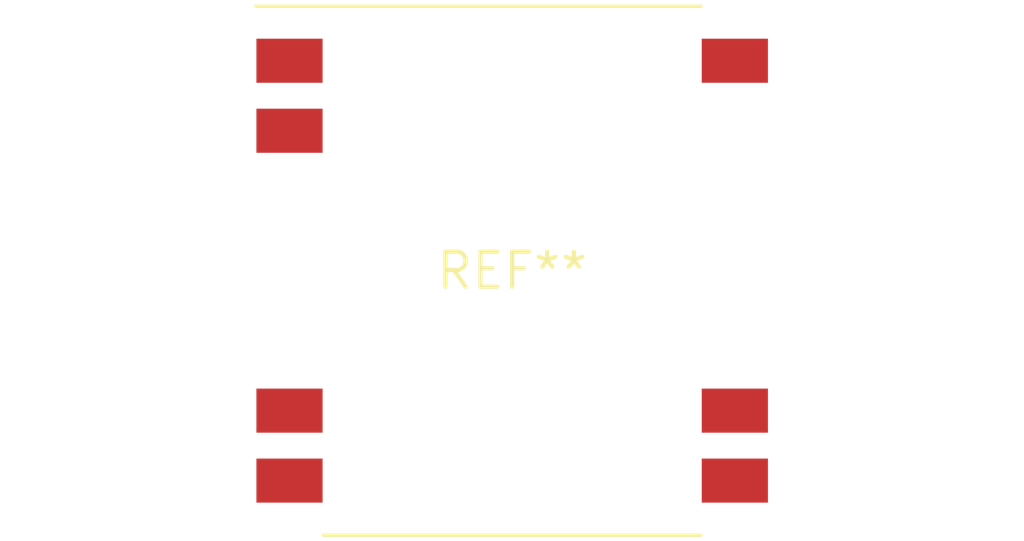
<source format=kicad_pcb>
(kicad_pcb (version 20240108) (generator pcbnew)
  (layers (0 "F.Cu" signal) (31 "B.Cu" signal) (34 "B.Paste" user) (35 "F.Paste" user) (36 "B.SilkS" user "B.Silkscreen") (37 "F.SilkS" user "F.Silkscreen") (38 "B.Mask" user) (39 "F.Mask" user) (44 "Edge.Cuts" user))
  (net 0 "")
  (footprint "Converter_DCDC_TRACO_TMR-1SM_SMD" (layer "F.Cu") (at 0 0)
    (property "Reference" "REF**")
    (property "Value" "Converter_DCDC_TRACO_TMR-1SM_SMD")
    (fp_line (start -9.3 -9.6) (end 6.85 -9.6) (layer "F.SilkS") (stroke (width 0.12)))
    (fp_line (start -6.85 9.6) (end 6.85 9.6) (layer "F.SilkS") (stroke (width 0.12)))
    (pad "1" smd rect (at -8.075 -7.62) (size 2.4 1.6) (layers "F.Cu" "F.Paste" "F.Mask"))
    (pad "2" smd rect (at -8.075 -5.08) (size 2.4 1.6) (layers "F.Cu" "F.Paste" "F.Mask"))
    (pad "6" smd rect (at -8.075 5.08) (size 2.4 1.6) (layers "F.Cu" "F.Paste" "F.Mask"))
    (pad "7" smd rect (at -8.075 7.62) (size 2.4 1.6) (layers "F.Cu" "F.Paste" "F.Mask"))
    (pad "8" smd rect (at 8.075 7.62) (size 2.4 1.6) (layers "F.Cu" "F.Paste" "F.Mask"))
    (pad "9" smd rect (at 8.075 5.08) (size 2.4 1.6) (layers "F.Cu" "F.Paste" "F.Mask"))
    (pad "14" smd rect (at 8.075 -7.62) (size 2.4 1.6) (layers "F.Cu" "F.Paste" "F.Mask"))
  )
)
</source>
